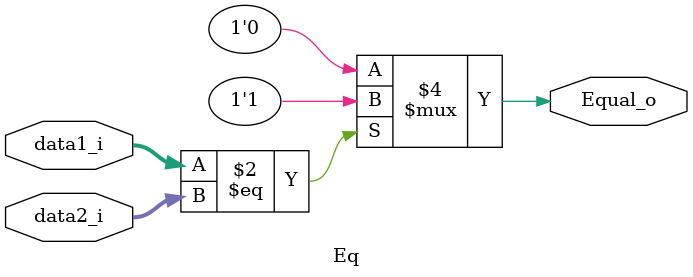
<source format=v>
module Eq
(
    data1_i,
    data2_i,
    Equal_o
);

input   [31:0]      data1_i, data2_i;
output				Equal_o;

reg					Equal_o;

always@(data1_i or data2_i) begin
    if(data1_i == data2_i)
		Equal_o = 1;
	else
		Equal_o = 0;
end

endmodule

</source>
